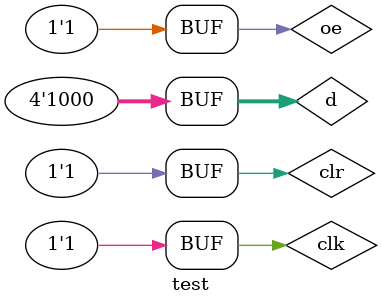
<source format=v>
`timescale 1ns / 1ps


module test;

	// Inputs
	reg oe;
	reg clr;
	reg clk;
	reg [3:0] d;

	// Outputs
	wire [3:0] q;

	// Instantiate the Unit Under Test (UUT)
	shiyan_14 uut (
		.oe(oe), 
		.clr(clr), 
		.clk(clk), 
		.q(q), 
		.d(d)
	);

	initial begin
		// Initialize Inputs
		oe = 0;
		clr = 1;
		clk = 0;
		d = 4;

		// Wait 100 ns for global reset to finish
		#100;
        
		// Add stimulus here
       oe = 0;
		clr = 0;
		clk = 1;
		d = 5;
		
		#100;
		oe = 0;
		clr = 0;
		clk = 0;
		d = 3;
		
		#100;
		oe = 0;
		clr = 1;
		clk = 1;
		d = 7;
		
		#100;
		oe = 1;
		clr = 1;
		clk = 0;
		d = 1;
		
		#100;
		oe = 1;
		clr = 1;
		clk = 1;
		d = 8;
	end
      
endmodule


</source>
